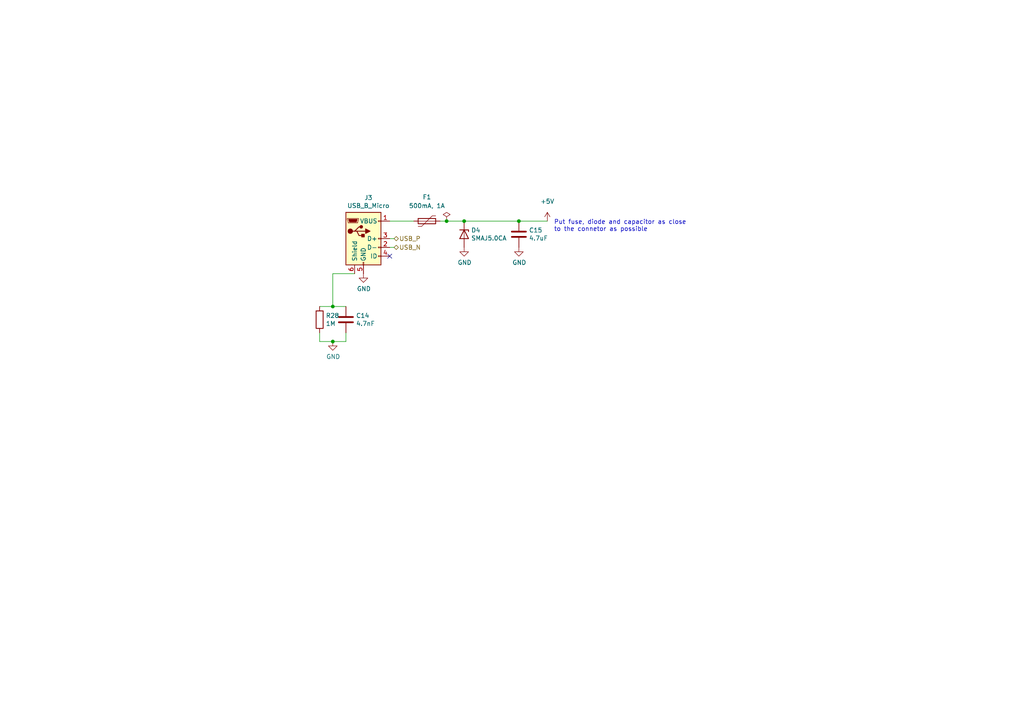
<source format=kicad_sch>
(kicad_sch (version 20211123) (generator eeschema)
  (paper "A4")
  (title_block (title "USB connector") (date "2022/01/18") (rev "v0.1") (company "Bzgec"))
  (lib_symbols
    (symbol "Connector:USB_B_Micro" (pin_names (offset 1.016))
      (property "Reference" "J" (at -5.08 11.43 0))
      (property "Value" "USB_B_Micro" (at -5.08 8.89 0))
      (symbol "USB_B_Micro_0_1"
        (rectangle (start -5.08 -7.62) (end 5.08 7.62) (stroke (width 0.254)) (fill (type background)))
        (circle (center -3.81 2.159) (radius 0.635) (stroke (width 0.254)) (fill (type outline)))
        (circle (center -0.635 3.429) (radius 0.381) (stroke (width 0.254)) (fill (type outline)))
        (rectangle (start -0.127 -7.62) (end 0.127 -6.858))
        (polyline (pts (xy -1.905 2.159) (xy 0.635 2.159)) (stroke (width 0.254)))
        (polyline (pts (xy -3.175 2.159) (xy -2.54 2.159) (xy -1.27 3.429) (xy -0.635 3.429)) (stroke (width 0.254)))
        (polyline (pts (xy -2.54 2.159) (xy -1.905 2.159) (xy -1.27 0.889) (xy 0 0.889)) (stroke (width 0.254)))
        (polyline (pts (xy 0.635 2.794) (xy 0.635 1.524) (xy 1.905 2.159) (xy 0.635 2.794)) (stroke (width 0.254)) (fill (type outline)))
        (polyline (pts (xy -4.318 5.588) (xy -1.778 5.588) (xy -2.032 4.826) (xy -4.064 4.826) (xy -4.318 5.588)) (fill (type outline)))
        (polyline (pts (xy -4.699 5.842) (xy -4.699 5.588) (xy -4.445 4.826) (xy -4.445 4.572) (xy -1.651 4.572) (xy -1.651 4.826) (xy -1.397 5.588) (xy -1.397 5.842) (xy -4.699 5.842)))
        (rectangle (start 0.254 1.27) (end -0.508 0.508) (stroke (width 0.254)) (fill (type outline)))
        (rectangle (start 5.08 -5.207) (end 4.318 -4.953))
        (rectangle (start 5.08 -2.667) (end 4.318 -2.413))
        (rectangle (start 5.08 -0.127) (end 4.318 0.127))
        (rectangle (start 5.08 4.953) (end 4.318 5.207))
      )
      (symbol "USB_B_Micro_1_1"
        (pin power_out line (at 7.62 5.08 180) (length 2.54) (name "VBUS") (number "1"))
        (pin bidirectional line (at 7.62 -2.54 180) (length 2.54) (name "D-") (number "2"))
        (pin bidirectional line (at 7.62 0 180) (length 2.54) (name "D+") (number "3"))
        (pin passive line (at 7.62 -5.08 180) (length 2.54) (name "ID") (number "4"))
        (pin power_out line (at 0 -10.16 90) (length 2.54) (name "GND") (number "5"))
        (pin passive line (at -2.54 -10.16 90) (length 2.54) (name "Shield") (number "6"))
      )
    )
    (symbol "Device:C" (pin_numbers hide) (pin_names (offset 0.254))
      (property "Reference" "C" (at 0.635 2.54 0))
      (property "Value" "C" (at 0.635 -2.54 0))
      (symbol "C_0_1"
        (polyline (pts (xy -2.032 -0.762) (xy 2.032 -0.762)) (stroke (width 0.508)))
        (polyline (pts (xy -2.032 0.762) (xy 2.032 0.762)) (stroke (width 0.508)))
      )
      (symbol "C_1_1"
        (pin passive line (at 0 3.81 270) (length 2.794) (name "~") (number "1"))
        (pin passive line (at 0 -3.81 90) (length 2.794) (name "~") (number "2"))
      )
    )
    (symbol "Device:D_Zener" (pin_numbers hide) (pin_names (offset 1.016) hide)
      (property "Reference" "D" (at 0 2.54 0))
      (property "Value" "D_Zener" (at 0 -2.54 0))
      (symbol "D_Zener_0_1"
        (polyline (pts (xy 1.27 0) (xy -1.27 0)))
        (polyline (pts (xy -1.27 -1.27) (xy -1.27 1.27) (xy -0.762 1.27)) (stroke (width 0.254)))
        (polyline (pts (xy 1.27 -1.27) (xy 1.27 1.27) (xy -1.27 0) (xy 1.27 -1.27)) (stroke (width 0.254)))
      )
      (symbol "D_Zener_1_1"
        (pin passive line (at -3.81 0 0) (length 2.54) (name "K") (number "1"))
        (pin passive line (at 3.81 0 180) (length 2.54) (name "A") (number "2"))
      )
    )
    (symbol "Device:Polyfuse" (pin_numbers hide) (pin_names (offset 0))
      (property "Reference" "F" (at -2.54 0 90))
      (property "Value" "Polyfuse" (at 2.54 0 90))
      (symbol "Polyfuse_0_1"
        (rectangle (start -0.762 2.54) (end 0.762 -2.54) (stroke (width 0.254)))
        (polyline (pts (xy 0 2.54) (xy 0 -2.54)))
        (polyline (pts (xy -1.524 2.54) (xy -1.524 1.524) (xy 1.524 -1.524) (xy 1.524 -2.54)))
      )
      (symbol "Polyfuse_1_1"
        (pin passive line (at 0 3.81 270) (length 1.27) (name "~") (number "1"))
        (pin passive line (at 0 -3.81 90) (length 1.27) (name "~") (number "2"))
      )
    )
    (symbol "Device:R" (pin_numbers hide) (pin_names (offset 0))
      (property "Reference" "R" (at 2.032 0 90))
      (property "Value" "R" (at 0 0 90))
      (symbol "R_0_1"
        (rectangle (start -1.016 -2.54) (end 1.016 2.54) (stroke (width 0.254)))
      )
      (symbol "R_1_1"
        (pin passive line (at 0 3.81 270) (length 1.27) (name "~") (number "1"))
        (pin passive line (at 0 -3.81 90) (length 1.27) (name "~") (number "2"))
      )
    )
    (symbol "power:+5V" (power) (pin_names (offset 0))
      (property "Value" "+5V" (at 0 3.556 0))
      (symbol "+5V_0_1"
        (polyline (pts (xy -0.762 1.27) (xy 0 2.54)))
        (polyline (pts (xy 0 0) (xy 0 2.54)))
        (polyline (pts (xy 0 2.54) (xy 0.762 1.27)))
      )
      (symbol "+5V_1_1"
        (pin power_in line (at 0 0 90) (length 0) hide (name "+5V") (number "1"))
      )
    )
    (symbol "power:GND" (power) (pin_names (offset 0))
      (property "Value" "GND" (at 0 -3.81 0))
      (symbol "GND_0_1"
        (polyline (pts (xy 0 0) (xy 0 -1.27) (xy 1.27 -1.27) (xy 0 -2.54) (xy -1.27 -1.27) (xy 0 -1.27)))
      )
      (symbol "GND_1_1"
        (pin power_in line (at 0 0 270) (length 0) hide (name "GND") (number "1"))
      )
    )
    (symbol "power:PWR_FLAG" (power) (pin_numbers hide) (pin_names (offset 0) hide)
      (property "Value" "PWR_FLAG" (at 0 3.81 0))
      (symbol "PWR_FLAG_0_0"
        (pin power_out line (at 0 0 90) (length 0) (name "pwr") (number "1"))
      )
      (symbol "PWR_FLAG_0_1"
        (polyline (pts (xy 0 0) (xy 0 1.27) (xy -1.016 1.905) (xy 0 2.54) (xy 1.016 1.905) (xy 0 1.27)))
      )
    )
  )
  (junction (at 134.62 64.135))
  (junction (at 96.52 99.06))
  (junction (at 150.495 64.135))
  (junction (at 96.52 88.9))
  (junction (at 129.54 64.135))
  (no_connect (at 113.03 74.295))
  (wire (pts (xy 113.03 64.135) (xy 120.015 64.135)))
  (wire (pts (xy 96.52 99.06) (xy 100.33 99.06)))
  (wire (pts (xy 96.52 79.375) (xy 102.87 79.375)))
  (wire (pts (xy 100.33 99.06) (xy 100.33 96.52)))
  (wire (pts (xy 92.71 96.52) (xy 92.71 99.06)))
  (wire (pts (xy 96.52 88.9) (xy 100.33 88.9)))
  (wire (pts (xy 92.71 88.9) (xy 96.52 88.9)))
  (wire (pts (xy 134.62 64.135) (xy 150.495 64.135)))
  (wire (pts (xy 150.495 64.135) (xy 158.75 64.135)))
  (wire (pts (xy 96.52 79.375) (xy 96.52 88.9)))
  (wire (pts (xy 113.03 71.755) (xy 114.3 71.755)))
  (wire (pts (xy 129.54 64.135) (xy 134.62 64.135)))
  (wire (pts (xy 127.635 64.135) (xy 129.54 64.135)))
  (wire (pts (xy 92.71 99.06) (xy 96.52 99.06)))
  (wire (pts (xy 113.03 69.215) (xy 114.3 69.215)))
  (text "Put fuse, diode and capacitor as close\nto the connetor as possible" (at 160.655 67.31 0) (effects (font (size 1.27 1.27)) (justify left bottom)))
  (hierarchical_label "USB_N" (shape bidirectional) (at 114.3 71.755 0))
  (hierarchical_label "USB_P" (shape bidirectional) (at 114.3 69.215 0))
  (symbol (lib_id "Device:Polyfuse") (at 123.825 64.135 270) (unit 1)
    (property "Reference" "F1" (at 123.825 57.15 90))
    (property "Value" "500mA, 1A" (at 123.825 59.69 90))
    (property "Footprint" "Fuse:Fuse_1206_3216Metric_Pad1.42x1.75mm_HandSolder" (effects hide))
    (property "Datasheet" "http://www.littelfuse.com/data/en/Data_Sheets/Littelfuse_PTC_1206L.pdf" (effects hide))
  )
  (symbol (lib_id "power:PWR_FLAG") (at 129.54 64.135 0) (unit 1)
    (property "Reference" "#FLG02" (effects hide))
    (property "Value" "PWR_FLAG" (effects hide))
  )
  (symbol (lib_id "Connector:USB_B_Micro") (at 105.41 69.215 0) (unit 1)
    (property "Reference" "J3" (at 106.8578 57.3532 0))
    (property "Value" "USB_B_Micro" (at 106.8578 59.6646 0))
    (property "Footprint" "myLib:USB_Micro-B_Molex-105017-0001" (effects hide))
    (property "Datasheet" "https://cdn.amphenol-icc.com/media/wysiwyg/files/drawing/10118194.pdf" (effects hide))
  )
  (symbol (lib_id "power:+5V") (at 158.75 64.135 0) (unit 1)
    (property "Reference" "#PWR039" (effects hide))
    (property "Value" "+5V" (at 158.75 58.42 0))
  )
  (symbol (lib_id "power:GND") (at 134.62 71.755 0) (unit 1)
    (property "Reference" "#PWR037" (effects hide))
    (property "Value" "GND" (at 134.747 76.1492 0))
  )
  (symbol (lib_id "power:GND") (at 150.495 71.755 0) (unit 1)
    (property "Reference" "#PWR038" (effects hide))
    (property "Value" "GND" (at 150.622 76.1492 0))
  )
  (symbol (lib_id "Device:C") (at 100.33 92.71 0) (unit 1)
    (property "Reference" "C14" (at 103.251 91.5416 0) (effects (justify left)))
    (property "Value" "4.7nF" (at 103.251 93.853 0) (effects (justify left)))
    (property "Footprint" "Capacitor_SMD:C_0603_1608Metric_Pad1.08x0.95mm_HandSolder" (effects hide))
  )
  (symbol (lib_id "Device:D_Zener") (at 134.62 67.945 270) (unit 1)
    (property "Reference" "D4" (at 136.652 66.7766 90) (effects (justify left)))
    (property "Value" "SMAJ5.0CA" (at 136.652 69.088 90) (effects (justify left)))
    (property "Footprint" "Diode_SMD:D_SMA" (effects hide))
    (property "Datasheet" "https://www.littelfuse.com/~/media/electronics/datasheets/tvs_diodes/littelfuse_tvs_diode_smaj_datasheet.pdf.pdf" (effects hide))
  )
  (symbol (lib_id "Device:C") (at 150.495 67.945 0) (unit 1)
    (property "Reference" "C15" (at 153.416 66.7766 0) (effects (justify left)))
    (property "Value" "4.7uF" (at 153.416 69.088 0) (effects (justify left)))
    (property "Footprint" "Capacitor_SMD:C_0603_1608Metric_Pad1.08x0.95mm_HandSolder" (effects hide))
  )
  (symbol (lib_id "Device:R") (at 92.71 92.71 0) (unit 1)
    (property "Reference" "R28" (at 94.488 91.5416 0) (effects (justify left)))
    (property "Value" "1M" (at 94.488 93.853 0) (effects (justify left)))
    (property "Footprint" "Resistor_SMD:R_0603_1608Metric_Pad0.98x0.95mm_HandSolder" (effects hide))
  )
  (symbol (lib_id "power:GND") (at 96.52 99.06 0) (unit 1)
    (property "Reference" "#PWR035" (effects hide))
    (property "Value" "GND" (at 96.647 103.4542 0))
  )
  (symbol (lib_id "power:GND") (at 105.41 79.375 0) (unit 1)
    (property "Reference" "#PWR036" (effects hide))
    (property "Value" "GND" (at 105.537 83.7692 0))
  )
)
</source>
